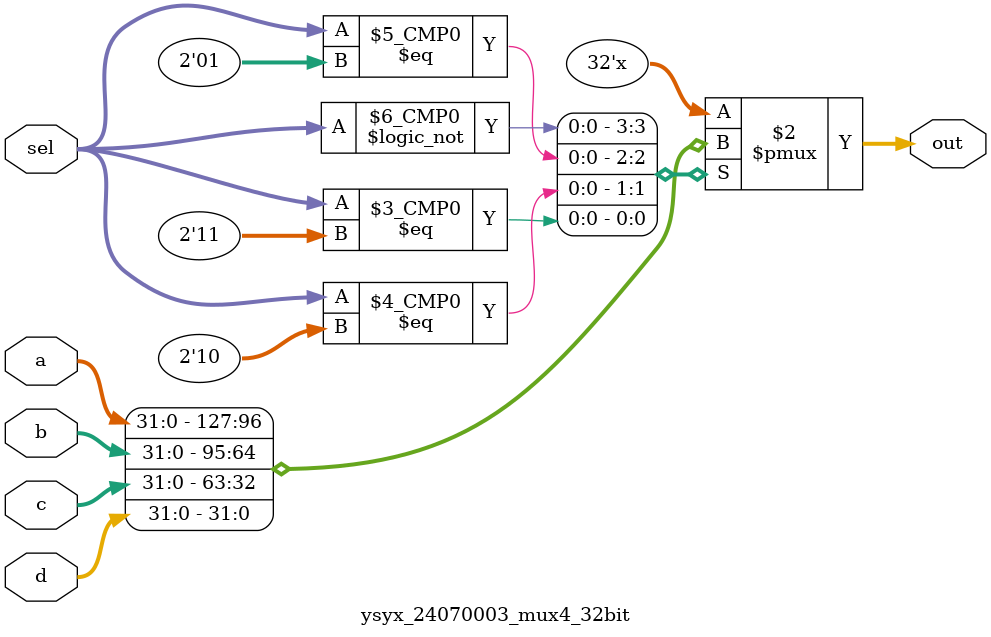
<source format=v>
module ysyx_24070003_mux4_32bit(
    input [1:0] sel,
    input [31:0] a, 
    input [31:0] b,
    input [31:0] c,
    input [31:0] d,
    output reg [31:0] out
);
    always @(*) begin
        case(sel)
            2'b00: out = a;
            2'b01: out = b;
            2'b10: out = c;
            2'b11: out = d;
        endcase
    end
endmodule

</source>
